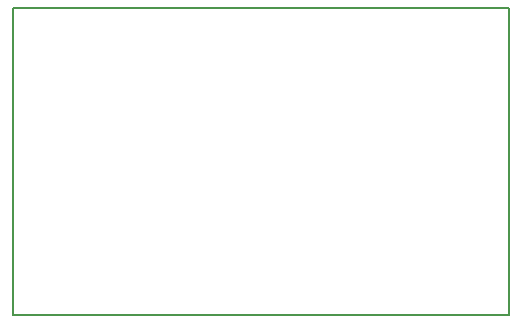
<source format=gbr>
G04 #@! TF.FileFunction,Profile,NP*
%FSLAX46Y46*%
G04 Gerber Fmt 4.6, Leading zero omitted, Abs format (unit mm)*
G04 Created by KiCad (PCBNEW 4.0.3+e1-6302~38~ubuntu16.04.1-stable) date Mon Aug 29 15:51:53 2016*
%MOMM*%
%LPD*%
G01*
G04 APERTURE LIST*
%ADD10C,0.100000*%
%ADD11C,0.150000*%
G04 APERTURE END LIST*
D10*
D11*
X134000000Y-120000000D02*
X134000000Y-94000000D01*
X176000000Y-120000000D02*
X134000000Y-120000000D01*
X176000000Y-94000000D02*
X176000000Y-120000000D01*
X134000000Y-94000000D02*
X176000000Y-94000000D01*
M02*

</source>
